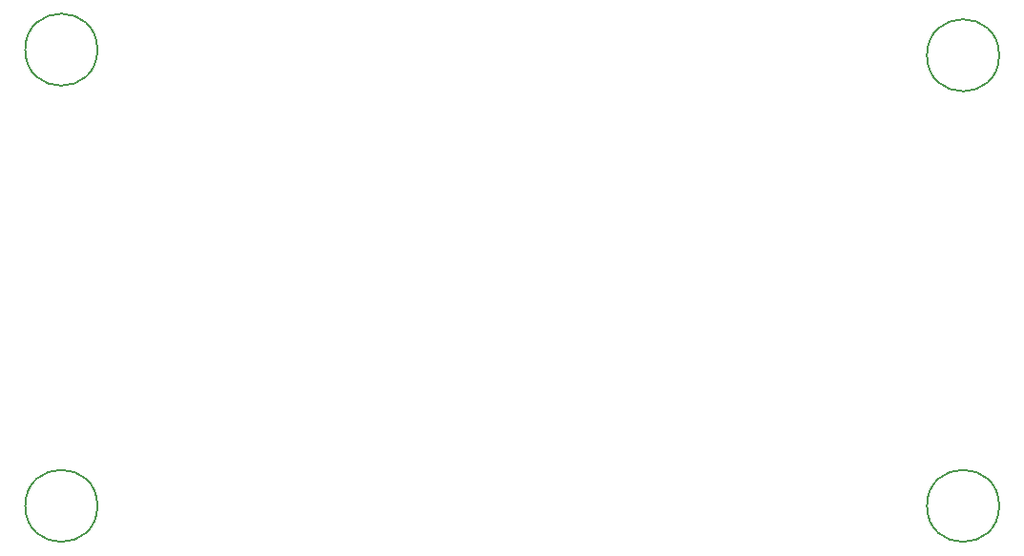
<source format=gbr>
G04 #@! TF.FileFunction,Other,Comment*
%FSLAX46Y46*%
G04 Gerber Fmt 4.6, Leading zero omitted, Abs format (unit mm)*
G04 Created by KiCad (PCBNEW 4.0.6) date Thursday, 29 June 2017 'AMt' 11:53:14*
%MOMM*%
%LPD*%
G01*
G04 APERTURE LIST*
%ADD10C,0.100000*%
%ADD11C,0.150000*%
G04 APERTURE END LIST*
D10*
D11*
X107200000Y-39500000D02*
G75*
G03X107200000Y-39500000I-3200000J0D01*
G01*
X107200000Y-80000000D02*
G75*
G03X107200000Y-80000000I-3200000J0D01*
G01*
X187200000Y-80000000D02*
G75*
G03X187200000Y-80000000I-3200000J0D01*
G01*
X187200000Y-40000000D02*
G75*
G03X187200000Y-40000000I-3200000J0D01*
G01*
M02*

</source>
